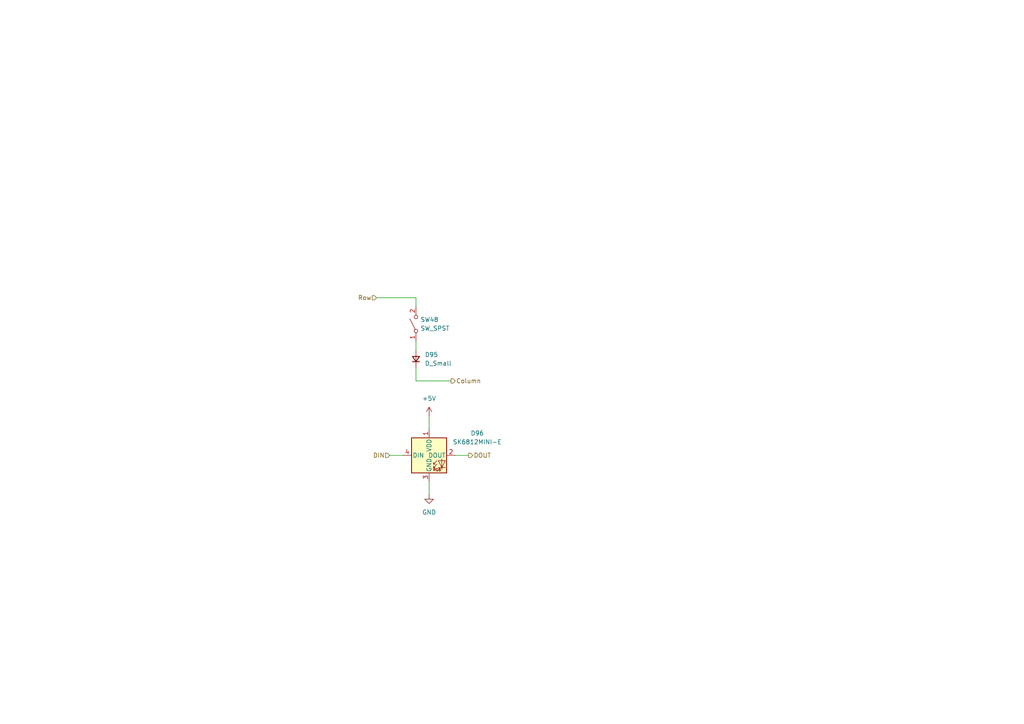
<source format=kicad_sch>
(kicad_sch (version 20250114) (generator "eeschema") (generator_version "9.0")
  (paper "A4")
  (lib_symbols
    (symbol "Device:D_Small" (pin_numbers (hide yes)) (pin_names (offset 0.254) (hide yes))
      (property "Reference" "D" (at -1.27 2.032 0))
      (property "Value" "D_Small" (at -3.81 -2.032 0))
      (symbol "D_Small_0_1"
        (polyline (pts (xy -0.762 0) (xy 0.762 0)))
        (polyline (pts (xy -0.762 -1.016) (xy -0.762 1.016)) (stroke (width 0.254)))
        (polyline (pts (xy 0.762 -1.016) (xy -0.762 0) (xy 0.762 1.016) (xy 0.762 -1.016)) (stroke (width 0.254)))
      )
      (symbol "D_Small_1_1"
        (pin passive line (at -2.54 0 0) (length 1.778) (name "K") (number "1"))
        (pin passive line (at 2.54 0 180) (length 1.778) (name "A") (number "2"))
      )
    )
    (symbol "SW-Adafruit:SK6812MINI-E" (pin_names (offset 0.254))
      (property "Reference" "D" (at 5.08 5.715 0))
      (property "Value" "SK6812MINI-E" (at 1.27 -5.715 0))
      (symbol "SK6812MINI-E_0_0"
        (text "RGB" (at 2.286 -4.191 0) (effects (font (size 0.762 0.762))))
      )
      (symbol "SK6812MINI-E_0_1"
        (polyline (pts (xy 1.27 -2.54) (xy 1.778 -2.54)))
        (polyline (pts (xy 1.27 -3.556) (xy 1.778 -3.556)))
        (polyline (pts (xy 2.286 -1.524) (xy 1.27 -2.54) (xy 1.27 -2.032)))
        (polyline (pts (xy 2.286 -2.54) (xy 1.27 -3.556) (xy 1.27 -3.048)))
        (polyline (pts (xy 3.683 -1.016) (xy 3.683 -3.556) (xy 3.683 -4.064)))
        (polyline (pts (xy 4.699 -1.524) (xy 2.667 -1.524) (xy 3.683 -3.556) (xy 4.699 -1.524)))
        (polyline (pts (xy 4.699 -3.556) (xy 2.667 -3.556)))
        (rectangle (start 5.08 5.08) (end -5.08 -5.08) (stroke (width 0.254)) (fill (type background)))
      )
      (symbol "SK6812MINI-E_1_1"
        (pin input line (at -7.62 0 0) (length 2.54) (name "DIN") (number "4"))
        (pin power_in line (at 0 7.62 270) (length 2.54) (name "VDD") (number "1"))
        (pin power_in line (at 0 -7.62 90) (length 2.54) (name "GND") (number "3"))
        (pin output line (at 7.62 0 180) (length 2.54) (name "DOUT") (number "2"))
      )
    )
    (symbol "Switch:SW_SPST" (pin_names (offset 0) (hide yes))
      (property "Reference" "SW" (at 0 3.175 0))
      (property "Value" "SW_SPST" (at 0 -2.54 0))
      (symbol "SW_SPST_0_0"
        (circle (center -2.032 0) (radius 0.508))
        (polyline (pts (xy -1.524 0.254) (xy 1.524 1.778)))
        (circle (center 2.032 0) (radius 0.508))
      )
      (symbol "SW_SPST_1_1"
        (pin passive line (at -5.08 0 0) (length 2.54) (name "A") (number "1"))
        (pin passive line (at 5.08 0 180) (length 2.54) (name "B") (number "2"))
      )
    )
    (symbol "power:+5V" (power) (pin_numbers (hide yes)) (pin_names (offset 0) (hide yes))
      (property "Value" "+5V" (at 0 3.556 0))
      (symbol "+5V_0_1"
        (polyline (pts (xy -0.762 1.27) (xy 0 2.54)))
        (polyline (pts (xy 0 2.54) (xy 0.762 1.27)))
        (polyline (pts (xy 0 0) (xy 0 2.54)))
      )
      (symbol "+5V_1_1"
        (pin power_in line (at 0 0 90) (length 0) (name "~") (number "1"))
      )
    )
    (symbol "power:GND" (power) (pin_numbers (hide yes)) (pin_names (offset 0) (hide yes))
      (property "Value" "GND" (at 0 -3.81 0))
      (symbol "GND_0_1"
        (polyline (pts (xy 0 0) (xy 0 -1.27) (xy 1.27 -1.27) (xy 0 -2.54) (xy -1.27 -1.27) (xy 0 -1.27)))
      )
      (symbol "GND_1_1"
        (pin power_in line (at 0 0 270) (length 0) (name "~") (number "1"))
      )
    )
  )
  (wire (pts (xy 120.65 86.36) (xy 120.65 88.9)))
  (wire (pts (xy 120.65 110.49) (xy 130.81 110.49)))
  (wire (pts (xy 120.65 99.06) (xy 120.65 101.6)))
  (wire (pts (xy 132.08 132.08) (xy 135.89 132.08)))
  (wire (pts (xy 109.22 86.36) (xy 120.65 86.36)))
  (wire (pts (xy 113.03 132.08) (xy 116.84 132.08)))
  (wire (pts (xy 124.46 139.7) (xy 124.46 143.51)))
  (wire (pts (xy 124.46 120.65) (xy 124.46 124.46)))
  (wire (pts (xy 120.65 106.68) (xy 120.65 110.49)))
  (hierarchical_label "DIN" (shape input) (at 113.03 132.08 180))
  (hierarchical_label "Column" (shape output) (at 130.81 110.49 0))
  (hierarchical_label "Row" (shape input) (at 109.22 86.36 180))
  (hierarchical_label "DOUT" (shape output) (at 135.89 132.08 0))
  (symbol (lib_id "SW-Adafruit:SK6812MINI-E") (at 124.46 132.08 0) (unit 1)
    (property "Reference" "D2" (at 138.43 125.6598 0))
    (property "Value" "SK6812MINI-E" (at 138.43 128.1998 0))
    (property "Footprint" "SW-Adafruit:LED_SK6812MINI-E_REVERSE_MOUNT_3.2x2.8mm_P1.09mm" (effects (hide yes)))
    (property "Datasheet" "https://cdn-shop.adafruit.com/product-files/4960/4960_SK6812MINI-E_REV02_EN.pdf" (effects (hide yes)))
    (property "Description" "RGB LED with integrated controller" (effects (hide yes)))
    (instances (project "row_staggered_split_keyboard" (path "" (reference "D96") (unit 1)) (path "" (reference "D46") (unit 1)) (path "" (reference "D62") (unit 1)) (path "" (reference "D78") (unit 1)) (path "" (reference "D92") (unit 1)) (path "" (reference "D10") (unit 1)) (path "" (reference "D4") (unit 1)) (path "" (reference "D16") (unit 1)) (path "" (reference "D52") (unit 1)) (path "" (reference "D20") (unit 1)) (path "" (reference "D54") (unit 1)) (path "" (reference "D8") (unit 1)) (path "" (reference "D26") (unit 1)) (path "" (reference "D88") (unit 1)) (path "" (reference "D30") (unit 1)) (path "" (reference "D90") (unit 1)) (path "" (reference "D84") (unit 1)) (path "" (reference "D58") (unit 1)) (path "" (reference "D12") (unit 1)) (path "" (reference "D6") (unit 1)) (path "" (reference "D36") (unit 1)) (path "" (reference "D56") (unit 1)) (path "" (reference "D28") (unit 1)) (path "" (reference "D64") (unit 1)) (path "" (reference "D68") (unit 1)) (path "" (reference "D86") (unit 1)) (path "" (reference "D18") (unit 1)) (path "" (reference "D60") (unit 1)) (path "" (reference "D70") (unit 1)) (path "" (reference "D50") (unit 1)) (path "" (reference "D72") (unit 1)) (path "" (reference "D2") (unit 1)) (path "" (reference "D48") (unit 1)) (path "" (reference "D32") (unit 1)) (path "" (reference "D80") (unit 1)) (path "" (reference "D76") (unit 1)) (path "" (reference "D98") (unit 1)) (path "" (reference "D24") (unit 1)) (path "" (reference "D82") (unit 1)) (path "" (reference "D34") (unit 1)) (path "" (reference "D42") (unit 1)) (path "" (reference "D40") (unit 1)) (path "" (reference "D14") (unit 1)) (path "" (reference "D22") (unit 1)) (path "" (reference "D74") (unit 1)) (path "" (reference "D44") (unit 1)) (path "" (reference "D94") (unit 1)) (path "" (reference "D38") (unit 1)) (path "" (reference "D66") (unit 1))))
  )
  (symbol (lib_id "power:GND") (at 124.46 143.51 0) (unit 1)
    (property "Reference" "#PWR011" (effects (hide yes)))
    (property "Value" "GND" (at 124.46 148.59 0))
    (property "Description" "Power symbol creates a global label with name \"GND\" , ground" (effects (hide yes)))
    (instances (project "row_staggered_split_keyboard" (path "" (reference "#PWR0105") (unit 1)) (path "" (reference "#PWR055") (unit 1)) (path "" (reference "#PWR071") (unit 1)) (path "" (reference "#PWR087") (unit 1)) (path "" (reference "#PWR0101") (unit 1)) (path "" (reference "#PWR019") (unit 1)) (path "" (reference "#PWR013") (unit 1)) (path "" (reference "#PWR025") (unit 1)) (path "" (reference "#PWR061") (unit 1)) (path "" (reference "#PWR029") (unit 1)) (path "" (reference "#PWR063") (unit 1)) (path "" (reference "#PWR017") (unit 1)) (path "" (reference "#PWR035") (unit 1)) (path "" (reference "#PWR097") (unit 1)) (path "" (reference "#PWR039") (unit 1)) (path "" (reference "#PWR099") (unit 1)) (path "" (reference "#PWR093") (unit 1)) (path "" (reference "#PWR067") (unit 1)) (path "" (reference "#PWR021") (unit 1)) (path "" (reference "#PWR015") (unit 1)) (path "" (reference "#PWR045") (unit 1)) (path "" (reference "#PWR065") (unit 1)) (path "" (reference "#PWR037") (unit 1)) (path "" (reference "#PWR073") (unit 1)) (path "" (reference "#PWR077") (unit 1)) (path "" (reference "#PWR095") (unit 1)) (path "" (reference "#PWR027") (unit 1)) (path "" (reference "#PWR069") (unit 1)) (path "" (reference "#PWR079") (unit 1)) (path "" (reference "#PWR059") (unit 1)) (path "" (reference "#PWR081") (unit 1)) (path "" (reference "#PWR011") (unit 1)) (path "" (reference "#PWR057") (unit 1)) (path "" (reference "#PWR041") (unit 1)) (path "" (reference "#PWR089") (unit 1)) (path "" (reference "#PWR085") (unit 1)) (path "" (reference "#PWR0107") (unit 1)) (path "" (reference "#PWR033") (unit 1)) (path "" (reference "#PWR091") (unit 1)) (path "" (reference "#PWR043") (unit 1)) (path "" (reference "#PWR051") (unit 1)) (path "" (reference "#PWR049") (unit 1)) (path "" (reference "#PWR023") (unit 1)) (path "" (reference "#PWR031") (unit 1)) (path "" (reference "#PWR083") (unit 1)) (path "" (reference "#PWR053") (unit 1)) (path "" (reference "#PWR0103") (unit 1)) (path "" (reference "#PWR047") (unit 1)) (path "" (reference "#PWR075") (unit 1))))
  )
  (symbol (lib_id "Switch:SW_SPST") (at 120.65 93.98 90) (unit 1)
    (property "Reference" "SW1" (at 121.92 92.7099 90) (effects (justify right)))
    (property "Value" "SW_SPST" (at 121.92 95.2499 90) (effects (justify right)))
    (property "Footprint" "PCM_Switch_Keyboard_Hotswap_Kailh:SW_Hotswap_Kailh_MX_1.00u" (effects (hide yes)))
    (property "Description" "Single Pole Single Throw (SPST) switch" (effects (hide yes)))
    (instances (project "row_staggered_split_keyboard" (path "" (reference "SW48") (unit 1)) (path "" (reference "SW23") (unit 1)) (path "" (reference "SW31") (unit 1)) (path "" (reference "SW39") (unit 1)) (path "" (reference "SW46") (unit 1)) (path "" (reference "SW5") (unit 1)) (path "" (reference "SW2") (unit 1)) (path "" (reference "SW8") (unit 1)) (path "" (reference "SW26") (unit 1)) (path "" (reference "SW10") (unit 1)) (path "" (reference "SW27") (unit 1)) (path "" (reference "SW4") (unit 1)) (path "" (reference "SW13") (unit 1)) (path "" (reference "SW44") (unit 1)) (path "" (reference "SW15") (unit 1)) (path "" (reference "SW45") (unit 1)) (path "" (reference "SW42") (unit 1)) (path "" (reference "SW29") (unit 1)) (path "" (reference "SW6") (unit 1)) (path "" (reference "SW3") (unit 1)) (path "" (reference "SW18") (unit 1)) (path "" (reference "SW28") (unit 1)) (path "" (reference "SW14") (unit 1)) (path "" (reference "SW32") (unit 1)) (path "" (reference "SW34") (unit 1)) (path "" (reference "SW43") (unit 1)) (path "" (reference "SW9") (unit 1)) (path "" (reference "SW30") (unit 1)) (path "" (reference "SW35") (unit 1)) (path "" (reference "SW25") (unit 1)) (path "" (reference "SW36") (unit 1)) (path "" (reference "SW1") (unit 1)) (path "" (reference "SW24") (unit 1)) (path "" (reference "SW16") (unit 1)) (path "" (reference "SW40") (unit 1)) (path "" (reference "SW38") (unit 1)) (path "" (reference "SW49") (unit 1)) (path "" (reference "SW12") (unit 1)) (path "" (reference "SW41") (unit 1)) (path "" (reference "SW17") (unit 1)) (path "" (reference "SW21") (unit 1)) (path "" (reference "SW20") (unit 1)) (path "" (reference "SW7") (unit 1)) (path "" (reference "SW11") (unit 1)) (path "" (reference "SW37") (unit 1)) (path "" (reference "SW22") (unit 1)) (path "" (reference "SW47") (unit 1)) (path "" (reference "SW19") (unit 1)) (path "" (reference "SW33") (unit 1))))
  )
  (symbol (lib_id "Device:D_Small") (at 120.65 104.14 90) (unit 1)
    (property "Reference" "D1" (at 123.19 102.8699 90) (effects (justify right)))
    (property "Value" "D_Small" (at 123.19 105.4099 90) (effects (justify right)))
    (property "Footprint" "Diode_SMD:D_SOD-123" (effects (hide yes)))
    (property "Description" "Diode, small symbol" (effects (hide yes)))
    (property "Sim.Device" "D" (effects (hide yes)))
    (property "Sim.Pins" "1=K 2=A" (effects (hide yes)))
    (instances (project "row_staggered_split_keyboard" (path "" (reference "D95") (unit 1)) (path "" (reference "D45") (unit 1)) (path "" (reference "D61") (unit 1)) (path "" (reference "D77") (unit 1)) (path "" (reference "D91") (unit 1)) (path "" (reference "D9") (unit 1)) (path "" (reference "D3") (unit 1)) (path "" (reference "D15") (unit 1)) (path "" (reference "D51") (unit 1)) (path "" (reference "D19") (unit 1)) (path "" (reference "D53") (unit 1)) (path "" (reference "D7") (unit 1)) (path "" (reference "D25") (unit 1)) (path "" (reference "D87") (unit 1)) (path "" (reference "D29") (unit 1)) (path "" (reference "D89") (unit 1)) (path "" (reference "D83") (unit 1)) (path "" (reference "D57") (unit 1)) (path "" (reference "D11") (unit 1)) (path "" (reference "D5") (unit 1)) (path "" (reference "D35") (unit 1)) (path "" (reference "D55") (unit 1)) (path "" (reference "D27") (unit 1)) (path "" (reference "D63") (unit 1)) (path "" (reference "D67") (unit 1)) (path "" (reference "D85") (unit 1)) (path "" (reference "D17") (unit 1)) (path "" (reference "D59") (unit 1)) (path "" (reference "D69") (unit 1)) (path "" (reference "D49") (unit 1)) (path "" (reference "D71") (unit 1)) (path "" (reference "D1") (unit 1)) (path "" (reference "D47") (unit 1)) (path "" (reference "D31") (unit 1)) (path "" (reference "D79") (unit 1)) (path "" (reference "D75") (unit 1)) (path "" (reference "D97") (unit 1)) (path "" (reference "D23") (unit 1)) (path "" (reference "D81") (unit 1)) (path "" (reference "D33") (unit 1)) (path "" (reference "D41") (unit 1)) (path "" (reference "D39") (unit 1)) (path "" (reference "D13") (unit 1)) (path "" (reference "D21") (unit 1)) (path "" (reference "D73") (unit 1)) (path "" (reference "D43") (unit 1)) (path "" (reference "D93") (unit 1)) (path "" (reference "D37") (unit 1)) (path "" (reference "D65") (unit 1))))
  )
  (symbol (lib_id "power:+5V") (at 124.46 120.65 0) (unit 1)
    (property "Reference" "#PWR010" (effects (hide yes)))
    (property "Value" "+5V" (at 124.46 115.57 0))
    (property "Description" "Power symbol creates a global label with name \"+5V\"" (effects (hide yes)))
    (instances (project "row_staggered_split_keyboard" (path "" (reference "#PWR0104") (unit 1)) (path "" (reference "#PWR054") (unit 1)) (path "" (reference "#PWR070") (unit 1)) (path "" (reference "#PWR086") (unit 1)) (path "" (reference "#PWR0100") (unit 1)) (path "" (reference "#PWR018") (unit 1)) (path "" (reference "#PWR012") (unit 1)) (path "" (reference "#PWR024") (unit 1)) (path "" (reference "#PWR060") (unit 1)) (path "" (reference "#PWR028") (unit 1)) (path "" (reference "#PWR062") (unit 1)) (path "" (reference "#PWR016") (unit 1)) (path "" (reference "#PWR034") (unit 1)) (path "" (reference "#PWR096") (unit 1)) (path "" (reference "#PWR038") (unit 1)) (path "" (reference "#PWR098") (unit 1)) (path "" (reference "#PWR092") (unit 1)) (path "" (reference "#PWR066") (unit 1)) (path "" (reference "#PWR020") (unit 1)) (path "" (reference "#PWR014") (unit 1)) (path "" (reference "#PWR044") (unit 1)) (path "" (reference "#PWR064") (unit 1)) (path "" (reference "#PWR036") (unit 1)) (path "" (reference "#PWR072") (unit 1)) (path "" (reference "#PWR076") (unit 1)) (path "" (reference "#PWR094") (unit 1)) (path "" (reference "#PWR026") (unit 1)) (path "" (reference "#PWR068") (unit 1)) (path "" (reference "#PWR078") (unit 1)) (path "" (reference "#PWR058") (unit 1)) (path "" (reference "#PWR080") (unit 1)) (path "" (reference "#PWR010") (unit 1)) (path "" (reference "#PWR056") (unit 1)) (path "" (reference "#PWR040") (unit 1)) (path "" (reference "#PWR088") (unit 1)) (path "" (reference "#PWR084") (unit 1)) (path "" (reference "#PWR0106") (unit 1)) (path "" (reference "#PWR032") (unit 1)) (path "" (reference "#PWR090") (unit 1)) (path "" (reference "#PWR042") (unit 1)) (path "" (reference "#PWR050") (unit 1)) (path "" (reference "#PWR048") (unit 1)) (path "" (reference "#PWR022") (unit 1)) (path "" (reference "#PWR030") (unit 1)) (path "" (reference "#PWR082") (unit 1)) (path "" (reference "#PWR052") (unit 1)) (path "" (reference "#PWR0102") (unit 1)) (path "" (reference "#PWR046") (unit 1)) (path "" (reference "#PWR074") (unit 1))))
  )
)
</source>
